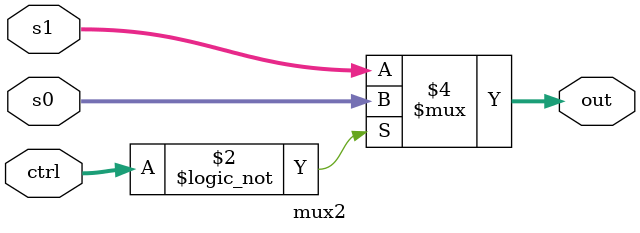
<source format=v>
module mux2(
    input wire[1:0] ctrl,
    input wire[31:0] s0,
    input wire[31:0] s1,
    output reg[31:0] out);

    always @(*) begin
        if (ctrl == 1'b0) begin
            out = s0;
        end else begin
            out = s1;
        end
    end
endmodule


</source>
